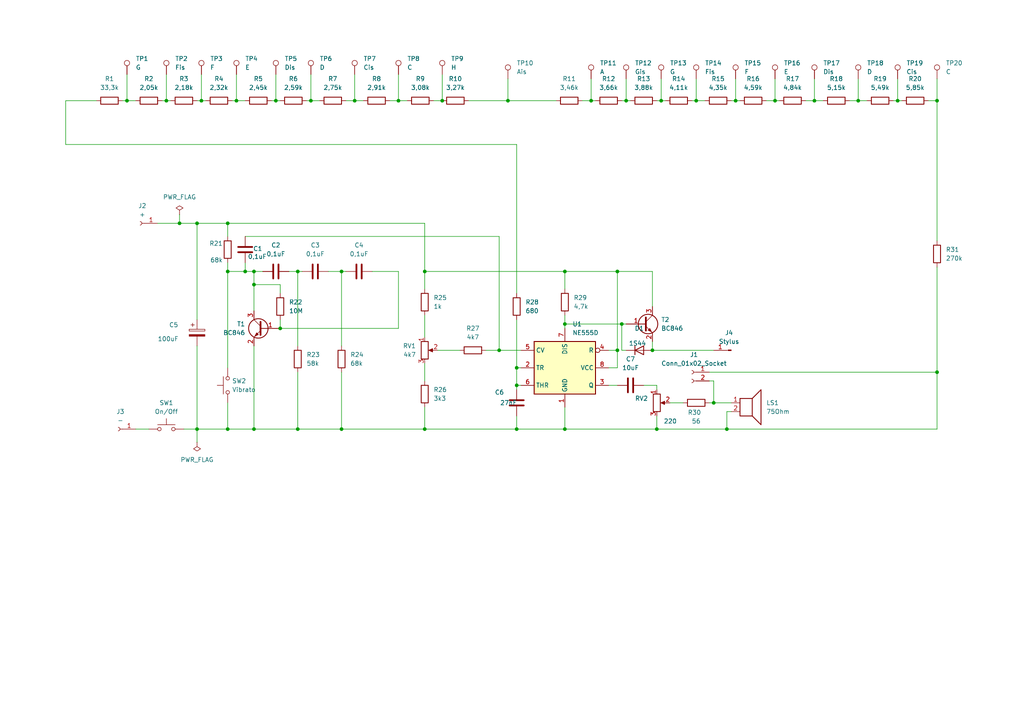
<source format=kicad_sch>
(kicad_sch (version 20231120) (generator "eeschema") (generator_version "8.0")
  (paper "A4")
  (lib_symbols
    (symbol "Connector:Conn_01x01_Pin" (pin_names (offset 1.016) hide)
      (property "Reference" "J" (at 0 2.54 0))
      (property "Value" "Conn_01x01_Pin" (at 0 -2.54 0))
      (symbol "Conn_01x01_Pin_1_1"
        (polyline (pts (xy 1.27 0) (xy 0.8636 0)) (stroke (width 0.1524)))
        (rectangle (start 0.8636 0.127) (end 0 -0.127) (stroke (width 0.1524)) (fill (type outline)))
        (pin passive line (at 5.08 0 180) (length 3.81) (name "Pin_1") (number "1"))
      )
    )
    (symbol "Connector:Conn_01x01_Socket" (pin_names (offset 1.016) hide)
      (property "Reference" "J" (at 0 2.54 0))
      (property "Value" "Conn_01x01_Socket" (at 0 -2.54 0))
      (symbol "Conn_01x01_Socket_1_1"
        (polyline (pts (xy -1.27 0) (xy -0.508 0)) (stroke (width 0.1524)))
        (arc (start 0 0.508) (mid -0.5058 0) (end 0 -0.508) (stroke (width 0.1524)))
        (pin passive line (at -5.08 0 0) (length 3.81) (name "Pin_1") (number "1"))
      )
    )
    (symbol "Connector:Conn_01x02_Socket" (pin_names (offset 1.016) hide)
      (property "Reference" "J" (at 0 2.54 0))
      (property "Value" "Conn_01x02_Socket" (at 0 -5.08 0))
      (symbol "Conn_01x02_Socket_1_1"
        (arc (start 0 -2.032) (mid -0.5058 -2.54) (end 0 -3.048) (stroke (width 0.1524)))
        (polyline (pts (xy -1.27 -2.54) (xy -0.508 -2.54)) (stroke (width 0.1524)))
        (polyline (pts (xy -1.27 0) (xy -0.508 0)) (stroke (width 0.1524)))
        (arc (start 0 0.508) (mid -0.5058 0) (end 0 -0.508) (stroke (width 0.1524)))
        (pin passive line (at -5.08 0 0) (length 3.81) (name "Pin_1") (number "1"))
        (pin passive line (at -5.08 -2.54 0) (length 3.81) (name "Pin_2") (number "2"))
      )
    )
    (symbol "Connector:TestPoint" (pin_numbers hide) (pin_names (offset 0.762) hide)
      (property "Reference" "TP" (at 0 6.858 0))
      (property "Value" "TestPoint" (at 0 5.08 0))
      (symbol "TestPoint_0_1"
        (circle (center 0 3.302) (radius 0.762))
      )
      (symbol "TestPoint_1_1"
        (pin passive line (at 0 0 90) (length 2.54) (name "1") (number "1"))
      )
    )
    (symbol "Device:C" (pin_numbers hide) (pin_names (offset 0.254))
      (property "Reference" "C" (at 0.635 2.54 0))
      (property "Value" "C" (at 0.635 -2.54 0))
      (symbol "C_0_1"
        (polyline (pts (xy -2.032 -0.762) (xy 2.032 -0.762)) (stroke (width 0.508)))
        (polyline (pts (xy -2.032 0.762) (xy 2.032 0.762)) (stroke (width 0.508)))
      )
      (symbol "C_1_1"
        (pin passive line (at 0 3.81 270) (length 2.794) (name "~") (number "1"))
        (pin passive line (at 0 -3.81 90) (length 2.794) (name "~") (number "2"))
      )
    )
    (symbol "Device:C_Polarized" (pin_numbers hide) (pin_names (offset 0.254))
      (property "Reference" "C" (at 0.635 2.54 0))
      (property "Value" "C_Polarized" (at 0.635 -2.54 0))
      (symbol "C_Polarized_0_1"
        (rectangle (start -2.286 0.508) (end 2.286 1.016))
        (polyline (pts (xy -1.778 2.286) (xy -0.762 2.286)))
        (polyline (pts (xy -1.27 2.794) (xy -1.27 1.778)))
        (rectangle (start 2.286 -0.508) (end -2.286 -1.016) (fill (type outline)))
      )
      (symbol "C_Polarized_1_1"
        (pin passive line (at 0 3.81 270) (length 2.794) (name "~") (number "1"))
        (pin passive line (at 0 -3.81 90) (length 2.794) (name "~") (number "2"))
      )
    )
    (symbol "Device:D" (pin_numbers hide) (pin_names (offset 1.016) hide)
      (property "Reference" "D" (at 0 2.54 0))
      (property "Value" "D" (at 0 -2.54 0))
      (symbol "D_0_1"
        (polyline (pts (xy -1.27 1.27) (xy -1.27 -1.27)) (stroke (width 0.254)))
        (polyline (pts (xy 1.27 0) (xy -1.27 0)))
        (polyline (pts (xy 1.27 1.27) (xy 1.27 -1.27) (xy -1.27 0) (xy 1.27 1.27)) (stroke (width 0.254)))
      )
      (symbol "D_1_1"
        (pin passive line (at -3.81 0 0) (length 2.54) (name "K") (number "1"))
        (pin passive line (at 3.81 0 180) (length 2.54) (name "A") (number "2"))
      )
    )
    (symbol "Device:R" (pin_numbers hide) (pin_names (offset 0))
      (property "Reference" "R" (at 2.032 0 90))
      (property "Value" "R" (at 0 0 90))
      (symbol "R_0_1"
        (rectangle (start -1.016 -2.54) (end 1.016 2.54) (stroke (width 0.254)))
      )
      (symbol "R_1_1"
        (pin passive line (at 0 3.81 270) (length 1.27) (name "~") (number "1"))
        (pin passive line (at 0 -3.81 90) (length 1.27) (name "~") (number "2"))
      )
    )
    (symbol "Device:R_Potentiometer" (pin_names (offset 1.016) hide)
      (property "Reference" "RV" (at -4.445 0 90))
      (property "Value" "R_Potentiometer" (at -2.54 0 90))
      (symbol "R_Potentiometer_0_1"
        (polyline (pts (xy 2.54 0) (xy 1.524 0)))
        (polyline (pts (xy 1.143 0) (xy 2.286 0.508) (xy 2.286 -0.508) (xy 1.143 0)) (fill (type outline)))
        (rectangle (start 1.016 2.54) (end -1.016 -2.54) (stroke (width 0.254)))
      )
      (symbol "R_Potentiometer_1_1"
        (pin passive line (at 0 3.81 270) (length 1.27) (name "1") (number "1"))
        (pin passive line (at 3.81 0 180) (length 1.27) (name "2") (number "2"))
        (pin passive line (at 0 -3.81 90) (length 1.27) (name "3") (number "3"))
      )
    )
    (symbol "Device:Speaker" (pin_names (offset 0) hide)
      (property "Reference" "LS" (at 1.27 5.715 0))
      (property "Value" "Speaker" (at 1.27 3.81 0))
      (symbol "Speaker_0_0"
        (rectangle (start -2.54 1.27) (end 1.016 -3.81) (stroke (width 0.254)))
        (polyline (pts (xy 1.016 1.27) (xy 3.556 3.81) (xy 3.556 -6.35) (xy 1.016 -3.81)) (stroke (width 0.254)))
      )
      (symbol "Speaker_1_1"
        (pin input line (at -5.08 0 0) (length 2.54) (name "1") (number "1"))
        (pin input line (at -5.08 -2.54 0) (length 2.54) (name "2") (number "2"))
      )
    )
    (symbol "Switch:SW_Push" (pin_numbers hide) (pin_names (offset 1.016) hide)
      (property "Reference" "SW" (at 1.27 2.54 0))
      (property "Value" "SW_Push" (at 0 -1.524 0))
      (symbol "SW_Push_0_1"
        (circle (center -2.032 0) (radius 0.508))
        (polyline (pts (xy 0 1.27) (xy 0 3.048)))
        (polyline (pts (xy 2.54 1.27) (xy -2.54 1.27)))
        (circle (center 2.032 0) (radius 0.508))
        (pin passive line (at -5.08 0 0) (length 2.54) (name "1") (number "1"))
        (pin passive line (at 5.08 0 180) (length 2.54) (name "2") (number "2"))
      )
    )
    (symbol "Timer:NE555D"
      (property "Reference" "U1" (at 2.1941 12.7 0))
      (property "Value" "NE555D" (at 2.1941 10.16 0))
      (symbol "NE555D_0_0"
        (pin power_in line (at 0 -11.43 90) (length 3.81) (name "GND") (number "1"))
        (pin power_in line (at 12.7 0 180) (length 3.81) (name "VCC") (number "8"))
      )
      (symbol "NE555D_0_1"
        (rectangle (start -8.89 -7.62) (end 8.89 7.62) (stroke (width 0.254)) (fill (type background)))
        (rectangle (start -8.89 -7.62) (end 8.89 7.62) (stroke (width 0.254)) (fill (type background)))
      )
      (symbol "NE555D_1_1"
        (pin input line (at -12.7 0 0) (length 3.81) (name "TR") (number "2"))
        (pin output line (at 12.7 -5.08 180) (length 3.81) (name "Q") (number "3"))
        (pin input inverted (at 12.7 5.08 180) (length 3.81) (name "R") (number "4"))
        (pin input line (at -12.7 5.08 0) (length 3.81) (name "CV") (number "5"))
        (pin input line (at -12.7 -5.08 0) (length 3.81) (name "THR") (number "6"))
        (pin input line (at 0 11.43 270) (length 3.81) (name "DIS") (number "7"))
      )
    )
    (symbol "Transistor_BJT:BC846" (pin_names (offset 0) hide)
      (property "Reference" "Q" (at 5.08 1.905 0))
      (property "Value" "BC846" (at 5.08 0 0))
      (symbol "BC846_0_1"
        (polyline (pts (xy 0.635 0.635) (xy 2.54 2.54)))
        (polyline (pts (xy 0.635 -0.635) (xy 2.54 -2.54) (xy 2.54 -2.54)))
        (polyline (pts (xy 0.635 1.905) (xy 0.635 -1.905) (xy 0.635 -1.905)) (stroke (width 0.508)))
        (polyline (pts (xy 1.27 -1.778) (xy 1.778 -1.27) (xy 2.286 -2.286) (xy 1.27 -1.778) (xy 1.27 -1.778)) (fill (type outline)))
        (circle (center 1.27 0) (radius 2.8194) (stroke (width 0.254)))
      )
      (symbol "BC846_1_1"
        (pin input line (at -5.08 0 0) (length 5.715) (name "B") (number "1"))
        (pin passive line (at 2.54 -5.08 90) (length 2.54) (name "E") (number "2"))
        (pin passive line (at 2.54 5.08 270) (length 2.54) (name "C") (number "3"))
      )
    )
    (symbol "power:PWR_FLAG" (power) (pin_numbers hide) (pin_names (offset 0) hide)
      (property "Value" "PWR_FLAG" (at 0 3.81 0))
      (symbol "PWR_FLAG_0_0"
        (pin power_out line (at 0 0 90) (length 0) (name "~") (number "1"))
      )
      (symbol "PWR_FLAG_0_1"
        (polyline (pts (xy 0 0) (xy 0 1.27) (xy -1.016 1.905) (xy 0 2.54) (xy 1.016 1.905) (xy 0 1.27)))
      )
    )
  )
  (junction (at 123.19 124.46))
  (junction (at 102.87 29.21))
  (junction (at 191.77 29.21))
  (junction (at 123.19 78.74))
  (junction (at 128.27 29.21))
  (junction (at 179.07 101.6))
  (junction (at 66.04 124.46))
  (junction (at 99.06 124.46))
  (junction (at 271.78 107.95))
  (junction (at 149.86 106.68))
  (junction (at 80.01 29.21))
  (junction (at 260.35 29.21))
  (junction (at 163.83 93.98))
  (junction (at 66.04 78.74))
  (junction (at 180.34 93.98))
  (junction (at 57.15 64.77))
  (junction (at 68.58 29.21))
  (junction (at 115.57 29.21))
  (junction (at 73.66 82.55))
  (junction (at 144.78 101.6))
  (junction (at 163.83 78.74))
  (junction (at 207.01 116.84))
  (junction (at 36.83 29.21))
  (junction (at 147.32 29.21))
  (junction (at 224.79 29.21))
  (junction (at 213.36 29.21))
  (junction (at 48.26 29.21))
  (junction (at 189.23 101.6))
  (junction (at 99.06 78.74))
  (junction (at 52.07 64.77))
  (junction (at 201.93 29.21))
  (junction (at 149.86 124.46))
  (junction (at 248.92 29.21))
  (junction (at 90.17 29.21))
  (junction (at 81.28 95.25))
  (junction (at 149.86 111.76))
  (junction (at 73.66 78.74))
  (junction (at 58.42 29.21))
  (junction (at 73.66 124.46))
  (junction (at 271.78 29.21))
  (junction (at 163.83 124.46))
  (junction (at 86.36 78.74))
  (junction (at 71.12 78.74))
  (junction (at 181.61 29.21))
  (junction (at 66.04 64.77))
  (junction (at 190.5 124.46))
  (junction (at 179.07 78.74))
  (junction (at 86.36 124.46))
  (junction (at 236.22 29.21))
  (junction (at 210.82 124.46))
  (junction (at 57.15 124.46))
  (junction (at 171.45 29.21))
  (wire (pts (xy 147.32 22.86) (xy 147.32 29.21)))
  (wire (pts (xy 149.86 124.46) (xy 163.83 124.46)))
  (wire (pts (xy 99.06 107.95) (xy 99.06 124.46)))
  (wire (pts (xy 163.83 93.98) (xy 163.83 91.44)))
  (wire (pts (xy 99.06 78.74) (xy 99.06 100.33)))
  (wire (pts (xy 73.66 82.55) (xy 81.28 82.55)))
  (wire (pts (xy 271.78 77.47) (xy 271.78 107.95)))
  (wire (pts (xy 246.38 29.21) (xy 248.92 29.21)))
  (wire (pts (xy 115.57 95.25) (xy 115.57 78.74)))
  (wire (pts (xy 222.25 29.21) (xy 224.79 29.21)))
  (wire (pts (xy 213.36 29.21) (xy 214.63 29.21)))
  (wire (pts (xy 52.07 62.23) (xy 52.07 64.77)))
  (wire (pts (xy 123.19 105.41) (xy 123.19 110.49)))
  (wire (pts (xy 36.83 29.21) (xy 39.37 29.21)))
  (wire (pts (xy 207.01 110.49) (xy 205.74 110.49)))
  (wire (pts (xy 115.57 29.21) (xy 118.11 29.21)))
  (wire (pts (xy 46.99 29.21) (xy 48.26 29.21)))
  (wire (pts (xy 271.78 22.86) (xy 271.78 29.21)))
  (wire (pts (xy 123.19 64.77) (xy 123.19 78.74)))
  (wire (pts (xy 128.27 21.59) (xy 128.27 29.21)))
  (wire (pts (xy 123.19 78.74) (xy 163.83 78.74)))
  (wire (pts (xy 180.34 29.21) (xy 181.61 29.21)))
  (wire (pts (xy 81.28 82.55) (xy 81.28 85.09)))
  (wire (pts (xy 179.07 78.74) (xy 179.07 101.6)))
  (wire (pts (xy 149.86 41.91) (xy 19.05 41.91)))
  (wire (pts (xy 58.42 29.21) (xy 59.69 29.21)))
  (wire (pts (xy 71.12 76.2) (xy 71.12 78.74)))
  (wire (pts (xy 210.82 124.46) (xy 271.78 124.46)))
  (wire (pts (xy 19.05 41.91) (xy 19.05 29.21)))
  (wire (pts (xy 115.57 78.74) (xy 107.95 78.74)))
  (wire (pts (xy 88.9 29.21) (xy 90.17 29.21)))
  (wire (pts (xy 207.01 116.84) (xy 212.09 116.84)))
  (wire (pts (xy 95.25 78.74) (xy 99.06 78.74)))
  (wire (pts (xy 83.82 78.74) (xy 86.36 78.74)))
  (wire (pts (xy 66.04 78.74) (xy 71.12 78.74)))
  (wire (pts (xy 102.87 29.21) (xy 105.41 29.21)))
  (wire (pts (xy 224.79 22.86) (xy 224.79 29.21)))
  (wire (pts (xy 80.01 21.59) (xy 80.01 29.21)))
  (wire (pts (xy 76.2 78.74) (xy 73.66 78.74)))
  (wire (pts (xy 236.22 22.86) (xy 236.22 29.21)))
  (wire (pts (xy 73.66 78.74) (xy 73.66 82.55)))
  (wire (pts (xy 19.05 29.21) (xy 27.94 29.21)))
  (wire (pts (xy 73.66 82.55) (xy 73.66 90.17)))
  (wire (pts (xy 90.17 29.21) (xy 92.71 29.21)))
  (wire (pts (xy 179.07 78.74) (xy 189.23 78.74)))
  (wire (pts (xy 224.79 29.21) (xy 226.06 29.21)))
  (wire (pts (xy 181.61 93.98) (xy 180.34 93.98)))
  (wire (pts (xy 210.82 119.38) (xy 210.82 124.46)))
  (wire (pts (xy 73.66 124.46) (xy 86.36 124.46)))
  (wire (pts (xy 86.36 78.74) (xy 86.36 100.33)))
  (wire (pts (xy 271.78 69.85) (xy 271.78 29.21)))
  (wire (pts (xy 149.86 120.65) (xy 149.86 124.46)))
  (wire (pts (xy 248.92 29.21) (xy 251.46 29.21)))
  (wire (pts (xy 190.5 29.21) (xy 191.77 29.21)))
  (wire (pts (xy 176.53 106.68) (xy 179.07 106.68)))
  (wire (pts (xy 189.23 101.6) (xy 207.01 101.6)))
  (wire (pts (xy 123.19 124.46) (xy 99.06 124.46)))
  (wire (pts (xy 176.53 101.6) (xy 179.07 101.6)))
  (wire (pts (xy 248.92 22.86) (xy 248.92 29.21)))
  (wire (pts (xy 48.26 29.21) (xy 49.53 29.21)))
  (wire (pts (xy 113.03 29.21) (xy 115.57 29.21)))
  (wire (pts (xy 58.42 21.59) (xy 58.42 29.21)))
  (wire (pts (xy 236.22 29.21) (xy 238.76 29.21)))
  (wire (pts (xy 73.66 100.33) (xy 73.66 124.46)))
  (wire (pts (xy 66.04 78.74) (xy 66.04 106.68)))
  (wire (pts (xy 66.04 76.2) (xy 66.04 78.74)))
  (wire (pts (xy 144.78 101.6) (xy 144.78 68.58)))
  (wire (pts (xy 186.69 111.76) (xy 190.5 111.76)))
  (wire (pts (xy 149.86 111.76) (xy 149.86 113.03)))
  (wire (pts (xy 80.01 29.21) (xy 81.28 29.21)))
  (wire (pts (xy 86.36 78.74) (xy 87.63 78.74)))
  (wire (pts (xy 149.86 111.76) (xy 151.13 111.76)))
  (wire (pts (xy 149.86 106.68) (xy 149.86 111.76)))
  (wire (pts (xy 163.83 124.46) (xy 190.5 124.46)))
  (wire (pts (xy 189.23 99.06) (xy 189.23 101.6)))
  (wire (pts (xy 78.74 29.21) (xy 80.01 29.21)))
  (wire (pts (xy 71.12 78.74) (xy 73.66 78.74)))
  (wire (pts (xy 149.86 92.71) (xy 149.86 106.68)))
  (wire (pts (xy 99.06 78.74) (xy 100.33 78.74)))
  (wire (pts (xy 212.09 29.21) (xy 213.36 29.21)))
  (wire (pts (xy 66.04 124.46) (xy 73.66 124.46)))
  (wire (pts (xy 207.01 116.84) (xy 207.01 110.49)))
  (wire (pts (xy 45.72 64.77) (xy 52.07 64.77)))
  (wire (pts (xy 52.07 64.77) (xy 57.15 64.77)))
  (wire (pts (xy 68.58 21.59) (xy 68.58 29.21)))
  (wire (pts (xy 123.19 83.82) (xy 123.19 78.74)))
  (wire (pts (xy 90.17 21.59) (xy 90.17 29.21)))
  (wire (pts (xy 102.87 21.59) (xy 102.87 29.21)))
  (wire (pts (xy 140.97 101.6) (xy 144.78 101.6)))
  (wire (pts (xy 271.78 107.95) (xy 271.78 124.46)))
  (wire (pts (xy 57.15 64.77) (xy 66.04 64.77)))
  (wire (pts (xy 57.15 29.21) (xy 58.42 29.21)))
  (wire (pts (xy 36.83 21.59) (xy 36.83 29.21)))
  (wire (pts (xy 163.83 93.98) (xy 163.83 95.25)))
  (wire (pts (xy 57.15 124.46) (xy 66.04 124.46)))
  (wire (pts (xy 233.68 29.21) (xy 236.22 29.21)))
  (wire (pts (xy 190.5 111.76) (xy 190.5 113.03)))
  (wire (pts (xy 99.06 124.46) (xy 86.36 124.46)))
  (wire (pts (xy 212.09 119.38) (xy 210.82 119.38)))
  (wire (pts (xy 191.77 22.86) (xy 191.77 29.21)))
  (wire (pts (xy 181.61 101.6) (xy 180.34 101.6)))
  (wire (pts (xy 201.93 29.21) (xy 204.47 29.21)))
  (wire (pts (xy 190.5 120.65) (xy 190.5 124.46)))
  (wire (pts (xy 163.83 78.74) (xy 179.07 78.74)))
  (wire (pts (xy 144.78 68.58) (xy 71.12 68.58)))
  (wire (pts (xy 271.78 29.21) (xy 269.24 29.21)))
  (wire (pts (xy 201.93 22.86) (xy 201.93 29.21)))
  (wire (pts (xy 57.15 100.33) (xy 57.15 124.46)))
  (wire (pts (xy 57.15 124.46) (xy 57.15 128.27)))
  (wire (pts (xy 100.33 29.21) (xy 102.87 29.21)))
  (wire (pts (xy 53.34 124.46) (xy 57.15 124.46)))
  (wire (pts (xy 135.89 29.21) (xy 147.32 29.21)))
  (wire (pts (xy 260.35 29.21) (xy 261.62 29.21)))
  (wire (pts (xy 39.37 124.46) (xy 43.18 124.46)))
  (wire (pts (xy 81.28 95.25) (xy 115.57 95.25)))
  (wire (pts (xy 147.32 29.21) (xy 161.29 29.21)))
  (wire (pts (xy 171.45 29.21) (xy 172.72 29.21)))
  (wire (pts (xy 35.56 29.21) (xy 36.83 29.21)))
  (wire (pts (xy 189.23 88.9) (xy 189.23 78.74)))
  (wire (pts (xy 149.86 106.68) (xy 151.13 106.68)))
  (wire (pts (xy 125.73 29.21) (xy 128.27 29.21)))
  (wire (pts (xy 57.15 64.77) (xy 57.15 92.71)))
  (wire (pts (xy 180.34 93.98) (xy 163.83 93.98)))
  (wire (pts (xy 66.04 64.77) (xy 123.19 64.77)))
  (wire (pts (xy 149.86 124.46) (xy 123.19 124.46)))
  (wire (pts (xy 176.53 111.76) (xy 179.07 111.76)))
  (wire (pts (xy 66.04 116.84) (xy 66.04 124.46)))
  (wire (pts (xy 67.31 29.21) (xy 68.58 29.21)))
  (wire (pts (xy 259.08 29.21) (xy 260.35 29.21)))
  (wire (pts (xy 127 101.6) (xy 133.35 101.6)))
  (wire (pts (xy 179.07 101.6) (xy 179.07 106.68)))
  (wire (pts (xy 68.58 29.21) (xy 71.12 29.21)))
  (wire (pts (xy 260.35 22.86) (xy 260.35 29.21)))
  (wire (pts (xy 205.74 116.84) (xy 207.01 116.84)))
  (wire (pts (xy 115.57 21.59) (xy 115.57 29.21)))
  (wire (pts (xy 181.61 29.21) (xy 182.88 29.21)))
  (wire (pts (xy 149.86 85.09) (xy 149.86 41.91)))
  (wire (pts (xy 180.34 101.6) (xy 180.34 93.98)))
  (wire (pts (xy 168.91 29.21) (xy 171.45 29.21)))
  (wire (pts (xy 191.77 29.21) (xy 193.04 29.21)))
  (wire (pts (xy 181.61 22.86) (xy 181.61 29.21)))
  (wire (pts (xy 190.5 124.46) (xy 210.82 124.46)))
  (wire (pts (xy 48.26 21.59) (xy 48.26 29.21)))
  (wire (pts (xy 144.78 101.6) (xy 151.13 101.6)))
  (wire (pts (xy 123.19 91.44) (xy 123.19 97.79)))
  (wire (pts (xy 81.28 92.71) (xy 81.28 95.25)))
  (wire (pts (xy 66.04 64.77) (xy 66.04 68.58)))
  (wire (pts (xy 213.36 22.86) (xy 213.36 29.21)))
  (wire (pts (xy 194.31 116.84) (xy 198.12 116.84)))
  (wire (pts (xy 205.74 107.95) (xy 271.78 107.95)))
  (wire (pts (xy 86.36 124.46) (xy 86.36 107.95)))
  (wire (pts (xy 123.19 118.11) (xy 123.19 124.46)))
  (wire (pts (xy 163.83 78.74) (xy 163.83 83.82)))
  (wire (pts (xy 163.83 118.11) (xy 163.83 124.46)))
  (wire (pts (xy 200.66 29.21) (xy 201.93 29.21)))
  (wire (pts (xy 171.45 22.86) (xy 171.45 29.21)))
  (symbol (lib_id "Device:R") (at 66.04 72.39 0) (unit 1)
    (property "Reference" "R21" (at 60.706 70.612 0) (effects (justify left)))
    (property "Value" "68k" (at 60.96 75.438 0) (effects (justify left)))
    (property "Footprint" "Resistor_SMD:R_1206_3216Metric_Pad1.30x1.75mm_HandSolder" (effects (hide yes)))
    (property "Description" "Resistor" (effects (hide yes)))
  )
  (symbol (lib_id "power:PWR_FLAG") (at 52.07 62.23 0) (unit 1)
    (property "Reference" "#FLG01" (effects (hide yes)))
    (property "Value" "PWR_FLAG" (at 52.07 57.15 0))
    (property "Description" "Special symbol for telling ERC where power comes from" (effects (hide yes)))
  )
  (symbol (lib_id "Device:R") (at 196.85 29.21 90) (unit 1)
    (property "Reference" "R14" (at 196.85 22.86 90))
    (property "Value" "4,11k" (at 196.85 25.4 90))
    (property "Footprint" "Resistor_SMD:R_1206_3216Metric_Pad1.30x1.75mm_HandSolder" (effects (hide yes)))
    (property "Description" "Resistor" (effects (hide yes)))
  )
  (symbol (lib_id "Connector:TestPoint") (at 171.45 22.86 0) (unit 1)
    (property "Reference" "TP11" (at 173.99 18.2879 0) (effects (justify left)))
    (property "Value" "A" (at 173.99 20.8279 0) (effects (justify left)))
    (property "Footprint" "TestPoint:TestPoint_Pad_4.0x4.0mm" (effects (hide yes)))
    (property "Description" "test point" (effects (hide yes)))
  )
  (symbol (lib_id "Device:R") (at 63.5 29.21 90) (unit 1)
    (property "Reference" "R4" (at 63.5 22.86 90))
    (property "Value" "2,32k" (at 63.5 25.4 90))
    (property "Footprint" "Resistor_SMD:R_1206_3216Metric_Pad1.30x1.75mm_HandSolder" (effects (hide yes)))
    (property "Description" "Resistor" (effects (hide yes)))
  )
  (symbol (lib_id "Device:R") (at 86.36 104.14 0) (unit 1)
    (property "Reference" "R23" (at 88.9 102.8699 0) (effects (justify left)))
    (property "Value" "58k" (at 88.9 105.4099 0) (effects (justify left)))
    (property "Footprint" "Resistor_SMD:R_1206_3216Metric_Pad1.30x1.75mm_HandSolder" (effects (hide yes)))
    (property "Description" "Resistor" (effects (hide yes)))
  )
  (symbol (lib_id "Connector:TestPoint") (at 224.79 22.86 0) (unit 1)
    (property "Reference" "TP16" (at 227.33 18.2879 0) (effects (justify left)))
    (property "Value" "E" (at 227.33 20.8279 0) (effects (justify left)))
    (property "Footprint" "TestPoint:TestPoint_Pad_4.0x4.0mm" (effects (hide yes)))
    (property "Description" "test point" (effects (hide yes)))
  )
  (symbol (lib_id "Connector:TestPoint") (at 181.61 22.86 0) (unit 1)
    (property "Reference" "TP12" (at 184.15 18.2879 0) (effects (justify left)))
    (property "Value" "Gis" (at 184.15 20.8279 0) (effects (justify left)))
    (property "Footprint" "TestPoint:TestPoint_Pad_4.0x4.0mm" (effects (hide yes)))
    (property "Description" "test point" (effects (hide yes)))
  )
  (symbol (lib_id "Device:R") (at 123.19 114.3 0) (unit 1)
    (property "Reference" "R26" (at 125.73 113.0299 0) (effects (justify left)))
    (property "Value" "3k3" (at 125.73 115.5699 0) (effects (justify left)))
    (property "Footprint" "Resistor_SMD:R_1206_3216Metric_Pad1.30x1.75mm_HandSolder" (effects (hide yes)))
    (property "Description" "Resistor" (effects (hide yes)))
  )
  (symbol (lib_id "Switch:SW_Push") (at 66.04 111.76 90) (unit 1)
    (property "Reference" "SW2" (at 67.31 110.4899 90) (effects (justify right)))
    (property "Value" "Vibrato" (at 67.31 113.0299 90) (effects (justify right)))
    (property "Footprint" "Button_Switch_SMD:Nidec_Copal_SH-7040B" (effects (hide yes)))
    (property "Description" "Push button switch, generic, two pins" (effects (hide yes)))
  )
  (symbol (lib_id "Device:R") (at 242.57 29.21 90) (unit 1)
    (property "Reference" "R18" (at 242.57 22.86 90))
    (property "Value" "5,15k" (at 242.57 25.4 90))
    (property "Footprint" "Resistor_SMD:R_1206_3216Metric_Pad1.30x1.75mm_HandSolder" (effects (hide yes)))
    (property "Description" "Resistor" (effects (hide yes)))
  )
  (symbol (lib_id "Device:R") (at 271.78 73.66 0) (unit 1)
    (property "Reference" "R31" (at 274.32 72.3899 0) (effects (justify left)))
    (property "Value" "270k" (at 274.32 74.9299 0) (effects (justify left)))
    (property "Footprint" "Resistor_SMD:R_1206_3216Metric_Pad1.30x1.75mm_HandSolder" (effects (hide yes)))
    (property "Description" "Resistor" (effects (hide yes)))
  )
  (symbol (lib_id "Connector:TestPoint") (at 58.42 21.59 0) (unit 1)
    (property "Reference" "TP3" (at 60.96 17.0179 0) (effects (justify left)))
    (property "Value" "F" (at 60.96 19.5579 0) (effects (justify left)))
    (property "Footprint" "TestPoint:TestPoint_Pad_4.0x4.0mm" (effects (hide yes)))
    (property "Description" "test point" (effects (hide yes)))
  )
  (symbol (lib_id "Device:C") (at 71.12 72.39 180) (unit 1)
    (property "Reference" "C1" (at 73.406 72.136 0) (effects (justify right)))
    (property "Value" "0,1uF" (at 71.882 74.422 0) (effects (justify right)))
    (property "Footprint" "Capacitor_SMD:C_0805_2012Metric_Pad1.18x1.45mm_HandSolder" (effects (hide yes)))
    (property "Description" "Unpolarized capacitor" (effects (hide yes)))
  )
  (symbol (lib_id "Connector:Conn_01x01_Socket") (at 34.29 124.46 180) (unit 1)
    (property "Reference" "J3" (at 34.925 119.38 0))
    (property "Value" "-" (at 34.925 121.92 0))
    (property "Footprint" "Connector_PinHeader_2.00mm:PinHeader_1x01_P2.00mm_Vertical" (effects (hide yes)))
    (property "Description" "Generic connector, single row, 01x01, script generated" (effects (hide yes)))
  )
  (symbol (lib_id "Connector:TestPoint") (at 80.01 21.59 0) (unit 1)
    (property "Reference" "TP5" (at 82.55 17.0179 0) (effects (justify left)))
    (property "Value" "Dis" (at 82.55 19.5579 0) (effects (justify left)))
    (property "Footprint" "TestPoint:TestPoint_Pad_4.0x4.0mm" (effects (hide yes)))
    (property "Description" "test point" (effects (hide yes)))
  )
  (symbol (lib_id "Device:R") (at 109.22 29.21 90) (unit 1)
    (property "Reference" "R8" (at 109.22 22.86 90))
    (property "Value" "2,91k" (at 109.22 25.4 90))
    (property "Footprint" "Resistor_SMD:R_1206_3216Metric_Pad1.30x1.75mm_HandSolder" (effects (hide yes)))
    (property "Description" "Resistor" (effects (hide yes)))
  )
  (symbol (lib_id "Device:R_Potentiometer") (at 123.19 101.6 0) (unit 1)
    (property "Reference" "RV1" (at 120.65 100.3299 0) (effects (justify right)))
    (property "Value" "4k7" (at 120.65 102.8699 0) (effects (justify right)))
    (property "Footprint" "Connector_PinSocket_2.00mm:PinSocket_1x03_P2.00mm_Vertical" (effects (hide yes)))
    (property "Description" "Potentiometer" (effects (hide yes)))
  )
  (symbol (lib_id "Device:R_Potentiometer") (at 190.5 116.84 0) (unit 1)
    (property "Reference" "RV2" (at 187.96 115.5699 0) (effects (justify right)))
    (property "Value" "220" (at 196.342 122.174 0) (effects (justify right)))
    (property "Footprint" "Connector_PinSocket_2.00mm:PinSocket_1x03_P2.00mm_Vertical" (effects (hide yes)))
    (property "Description" "Potentiometer" (effects (hide yes)))
  )
  (symbol (lib_id "Device:Speaker") (at 217.17 116.84 0) (unit 1)
    (property "Reference" "LS1" (at 222.25 116.8399 0) (effects (justify left)))
    (property "Value" "75Ohm" (at 222.25 119.3799 0) (effects (justify left)))
    (property "Footprint" "Connector_PinSocket_2.00mm:PinSocket_1x02_P2.00mm_Vertical" (effects (hide yes)))
    (property "Description" "Speaker" (effects (hide yes)))
  )
  (symbol (lib_id "Device:R") (at 99.06 104.14 0) (unit 1)
    (property "Reference" "R24" (at 101.6 102.8699 0) (effects (justify left)))
    (property "Value" "68k" (at 101.6 105.4099 0) (effects (justify left)))
    (property "Footprint" "Resistor_SMD:R_1206_3216Metric_Pad1.30x1.75mm_HandSolder" (effects (hide yes)))
    (property "Description" "Resistor" (effects (hide yes)))
  )
  (symbol (lib_id "Connector:TestPoint") (at 115.57 21.59 0) (unit 1)
    (property "Reference" "TP8" (at 118.11 17.0179 0) (effects (justify left)))
    (property "Value" "C" (at 118.11 19.5579 0) (effects (justify left)))
    (property "Footprint" "TestPoint:TestPoint_Pad_4.0x4.0mm" (effects (hide yes)))
    (property "Description" "test point" (effects (hide yes)))
  )
  (symbol (lib_id "Connector:TestPoint") (at 128.27 21.59 0) (unit 1)
    (property "Reference" "TP9" (at 130.81 17.0179 0) (effects (justify left)))
    (property "Value" "H" (at 130.81 19.5579 0) (effects (justify left)))
    (property "Footprint" "TestPoint:TestPoint_Pad_4.0x4.0mm" (effects (hide yes)))
    (property "Description" "test point" (effects (hide yes)))
  )
  (symbol (lib_id "Device:R") (at 149.86 88.9 0) (unit 1)
    (property "Reference" "R28" (at 152.4 87.6299 0) (effects (justify left)))
    (property "Value" "680" (at 152.4 90.1699 0) (effects (justify left)))
    (property "Footprint" "Resistor_SMD:R_1206_3216Metric_Pad1.30x1.75mm_HandSolder" (effects (hide yes)))
    (property "Description" "Resistor" (effects (hide yes)))
  )
  (symbol (lib_id "Device:D") (at 185.42 101.6 0) (unit 1)
    (property "Reference" "D1" (at 185.42 95.25 0))
    (property "Value" "1S44" (at 184.912 99.568 0))
    (property "Footprint" "Diode_SMD:D_MiniMELF" (effects (hide yes)))
    (property "Description" "Diode" (effects (hide yes)))
    (property "Sim.Device" "D" (effects (hide yes)))
    (property "Sim.Pins" "1=K 2=A" (effects (hide yes)))
  )
  (symbol (lib_id "Device:R") (at 31.75 29.21 90) (unit 1)
    (property "Reference" "R1" (at 31.75 22.86 90))
    (property "Value" "33,3k" (at 31.75 25.4 90))
    (property "Footprint" "Resistor_SMD:R_1206_3216Metric_Pad1.30x1.75mm_HandSolder" (effects (hide yes)))
    (property "Description" "Resistor" (effects (hide yes)))
  )
  (symbol (lib_id "Connector:TestPoint") (at 48.26 21.59 0) (unit 1)
    (property "Reference" "TP2" (at 50.8 17.0179 0) (effects (justify left)))
    (property "Value" "Fis" (at 50.8 19.5579 0) (effects (justify left)))
    (property "Footprint" "TestPoint:TestPoint_Pad_4.0x4.0mm" (effects (hide yes)))
    (property "Description" "test point" (effects (hide yes)))
  )
  (symbol (lib_id "Transistor_BJT:BC846") (at 76.2 95.25 0) (mirror y) (unit 1)
    (property "Reference" "T1" (at 71.12 93.9799 0) (effects (justify left)))
    (property "Value" "BC846" (at 71.12 96.5199 0) (effects (justify left)))
    (property "Footprint" "Package_TO_SOT_SMD:SOT-23" (effects (hide yes)))
    (property "Datasheet" "https://assets.nexperia.com/documents/data-sheet/BC846_SER.pdf" (effects (hide yes)))
    (property "Description" "0.1A Ic, 65V Vce, NPN Transistor, SOT-23" (effects (hide yes)))
  )
  (symbol (lib_id "Connector:Conn_01x02_Socket") (at 200.66 107.95 0) (mirror y) (unit 1)
    (property "Reference" "J1" (at 201.295 102.87 0))
    (property "Value" "Conn_01x02_Socket" (at 201.295 105.41 0))
    (property "Footprint" "Connector_PinSocket_2.00mm:PinSocket_1x02_P2.00mm_Vertical" (effects (hide yes)))
    (property "Description" "Generic connector, single row, 01x02, script generated" (effects (hide yes)))
  )
  (symbol (lib_id "Device:C") (at 80.01 78.74 270) (unit 1)
    (property "Reference" "C2" (at 80.01 71.12 90))
    (property "Value" "0,1uF" (at 80.01 73.66 90))
    (property "Footprint" "Capacitor_SMD:C_0805_2012Metric_Pad1.18x1.45mm_HandSolder" (effects (hide yes)))
    (property "Description" "Unpolarized capacitor" (effects (hide yes)))
  )
  (symbol (lib_id "Device:R") (at 43.18 29.21 90) (unit 1)
    (property "Reference" "R2" (at 43.18 22.86 90))
    (property "Value" "2,05k" (at 43.18 25.4 90))
    (property "Footprint" "Resistor_SMD:R_1206_3216Metric_Pad1.30x1.75mm_HandSolder" (effects (hide yes)))
    (property "Description" "Resistor" (effects (hide yes)))
  )
  (symbol (lib_id "Device:R") (at 218.44 29.21 90) (unit 1)
    (property "Reference" "R16" (at 218.44 22.86 90))
    (property "Value" "4,59k" (at 218.44 25.4 90))
    (property "Footprint" "Resistor_SMD:R_1206_3216Metric_Pad1.30x1.75mm_HandSolder" (effects (hide yes)))
    (property "Description" "Resistor" (effects (hide yes)))
  )
  (symbol (lib_id "Device:R") (at 132.08 29.21 90) (unit 1)
    (property "Reference" "R10" (at 132.08 22.86 90))
    (property "Value" "3,27k" (at 132.08 25.4 90))
    (property "Footprint" "Resistor_SMD:R_1206_3216Metric_Pad1.30x1.75mm_HandSolder" (effects (hide yes)))
    (property "Description" "Resistor" (effects (hide yes)))
  )
  (symbol (lib_id "Device:R") (at 201.93 116.84 90) (unit 1)
    (property "Reference" "R30" (at 201.422 119.634 90))
    (property "Value" "56" (at 201.93 122.174 90))
    (property "Footprint" "Resistor_SMD:R_1206_3216Metric_Pad1.30x1.75mm_HandSolder" (effects (hide yes)))
    (property "Description" "Resistor" (effects (hide yes)))
  )
  (symbol (lib_id "Connector:TestPoint") (at 191.77 22.86 0) (unit 1)
    (property "Reference" "TP13" (at 194.31 18.2879 0) (effects (justify left)))
    (property "Value" "G" (at 194.31 20.8279 0) (effects (justify left)))
    (property "Footprint" "TestPoint:TestPoint_Pad_4.0x4.0mm" (effects (hide yes)))
    (property "Description" "test point" (effects (hide yes)))
  )
  (symbol (lib_id "Device:C") (at 149.86 116.84 0) (unit 1)
    (property "Reference" "C6" (at 143.51 113.792 0) (effects (justify left)))
    (property "Value" "27nF" (at 145.034 116.84 0) (effects (justify left)))
    (property "Footprint" "Capacitor_SMD:C_0805_2012Metric_Pad1.18x1.45mm_HandSolder" (effects (hide yes)))
    (property "Description" "Unpolarized capacitor" (effects (hide yes)))
  )
  (symbol (lib_id "Device:C") (at 104.14 78.74 270) (unit 1)
    (property "Reference" "C4" (at 104.14 71.12 90))
    (property "Value" "0,1uF" (at 104.14 73.66 90))
    (property "Footprint" "Capacitor_SMD:C_0805_2012Metric_Pad1.18x1.45mm_HandSolder" (effects (hide yes)))
    (property "Description" "Unpolarized capacitor" (effects (hide yes)))
  )
  (symbol (lib_id "Connector:TestPoint") (at 236.22 22.86 0) (unit 1)
    (property "Reference" "TP17" (at 238.76 18.2879 0) (effects (justify left)))
    (property "Value" "Dis" (at 238.76 20.8279 0) (effects (justify left)))
    (property "Footprint" "TestPoint:TestPoint_Pad_4.0x4.0mm" (effects (hide yes)))
    (property "Description" "test point" (effects (hide yes)))
  )
  (symbol (lib_id "Device:R") (at 165.1 29.21 90) (unit 1)
    (property "Reference" "R11" (at 165.1 22.86 90))
    (property "Value" "3,46k" (at 165.1 25.4 90))
    (property "Footprint" "Resistor_SMD:R_1206_3216Metric_Pad1.30x1.75mm_HandSolder" (effects (hide yes)))
    (property "Description" "Resistor" (effects (hide yes)))
  )
  (symbol (lib_id "Connector:TestPoint") (at 68.58 21.59 0) (unit 1)
    (property "Reference" "TP4" (at 71.12 17.0179 0) (effects (justify left)))
    (property "Value" "E" (at 71.12 19.5579 0) (effects (justify left)))
    (property "Footprint" "TestPoint:TestPoint_Pad_4.0x4.0mm" (effects (hide yes)))
    (property "Description" "test point" (effects (hide yes)))
  )
  (symbol (lib_id "Device:R") (at 163.83 87.63 0) (unit 1)
    (property "Reference" "R29" (at 166.37 86.3599 0) (effects (justify left)))
    (property "Value" "4,7k" (at 166.37 88.8999 0) (effects (justify left)))
    (property "Footprint" "Resistor_SMD:R_1206_3216Metric_Pad1.30x1.75mm_HandSolder" (effects (hide yes)))
    (property "Description" "Resistor" (effects (hide yes)))
  )
  (symbol (lib_id "Connector:TestPoint") (at 201.93 22.86 0) (unit 1)
    (property "Reference" "TP14" (at 204.47 18.2879 0) (effects (justify left)))
    (property "Value" "Fis" (at 204.47 20.8279 0) (effects (justify left)))
    (property "Footprint" "TestPoint:TestPoint_Pad_4.0x4.0mm" (effects (hide yes)))
    (property "Description" "test point" (effects (hide yes)))
  )
  (symbol (lib_id "Timer:NE555D") (at 163.83 106.68 0) (unit 1)
    (property "Reference" "U1" (at 166.0241 93.98 0) (effects (justify left)))
    (property "Value" "NE555D" (at 166.0241 96.52 0) (effects (justify left)))
    (property "Footprint" "Package_SO:SOIC-8_3.9x4.9mm_P1.27mm" (effects (hide yes)))
    (property "Datasheet" "http://www.ti.com/lit/ds/symlink/ne555.pdf" (effects (hide yes)))
    (property "Description" "Precision Timers, 555 compatible, SOIC-8" (effects (hide yes)))
  )
  (symbol (lib_id "Device:C") (at 182.88 111.76 90) (unit 1)
    (property "Reference" "C7" (at 182.88 104.14 90))
    (property "Value" "10uF" (at 182.88 106.68 90))
    (property "Footprint" "Capacitor_SMD:C_0805_2012Metric_Pad1.18x1.45mm_HandSolder" (effects (hide yes)))
    (property "Description" "Unpolarized capacitor" (effects (hide yes)))
  )
  (symbol (lib_id "Connector:TestPoint") (at 90.17 21.59 0) (unit 1)
    (property "Reference" "TP6" (at 92.71 17.0179 0) (effects (justify left)))
    (property "Value" "D" (at 92.71 19.5579 0) (effects (justify left)))
    (property "Footprint" "TestPoint:TestPoint_Pad_4.0x4.0mm" (effects (hide yes)))
    (property "Description" "test point" (effects (hide yes)))
  )
  (symbol (lib_id "Connector:Conn_01x01_Pin") (at 212.09 101.6 180) (unit 1)
    (property "Reference" "J4" (at 211.455 96.52 0))
    (property "Value" "Stylus" (at 211.455 99.06 0))
    (property "Footprint" "Connector_PinHeader_2.00mm:PinHeader_1x01_P2.00mm_Vertical" (effects (hide yes)))
    (property "Description" "Generic connector, single row, 01x01, script generated" (effects (hide yes)))
  )
  (symbol (lib_id "Device:R") (at 121.92 29.21 90) (unit 1)
    (property "Reference" "R9" (at 121.92 22.86 90))
    (property "Value" "3,08k" (at 121.92 25.4 90))
    (property "Footprint" "Resistor_SMD:R_1206_3216Metric_Pad1.30x1.75mm_HandSolder" (effects (hide yes)))
    (property "Description" "Resistor" (effects (hide yes)))
  )
  (symbol (lib_id "power:PWR_FLAG") (at 57.15 128.27 180) (unit 1)
    (property "Reference" "#FLG02" (effects (hide yes)))
    (property "Value" "PWR_FLAG" (at 57.15 133.35 0))
    (property "Description" "Special symbol for telling ERC where power comes from" (effects (hide yes)))
  )
  (symbol (lib_id "Device:R") (at 137.16 101.6 90) (unit 1)
    (property "Reference" "R27" (at 137.16 95.25 90))
    (property "Value" "4k7" (at 137.16 97.79 90))
    (property "Footprint" "Resistor_SMD:R_1206_3216Metric_Pad1.30x1.75mm_HandSolder" (effects (hide yes)))
    (property "Description" "Resistor" (effects (hide yes)))
  )
  (symbol (lib_id "Device:R") (at 96.52 29.21 90) (unit 1)
    (property "Reference" "R7" (at 96.52 22.86 90))
    (property "Value" "2,75k" (at 96.52 25.4 90))
    (property "Footprint" "Resistor_SMD:R_1206_3216Metric_Pad1.30x1.75mm_HandSolder" (effects (hide yes)))
    (property "Description" "Resistor" (effects (hide yes)))
  )
  (symbol (lib_id "Device:R") (at 74.93 29.21 90) (unit 1)
    (property "Reference" "R5" (at 74.93 22.86 90))
    (property "Value" "2,45k" (at 74.93 25.4 90))
    (property "Footprint" "Resistor_SMD:R_1206_3216Metric_Pad1.30x1.75mm_HandSolder" (effects (hide yes)))
    (property "Description" "Resistor" (effects (hide yes)))
  )
  (symbol (lib_id "Connector:TestPoint") (at 147.32 22.86 0) (unit 1)
    (property "Reference" "TP10" (at 149.86 18.2879 0) (effects (justify left)))
    (property "Value" "Ais" (at 149.86 20.8279 0) (effects (justify left)))
    (property "Footprint" "TestPoint:TestPoint_Pad_4.0x4.0mm" (effects (hide yes)))
    (property "Description" "test point" (effects (hide yes)))
  )
  (symbol (lib_id "Switch:SW_Push") (at 48.26 124.46 0) (unit 1)
    (property "Reference" "SW1" (at 48.26 116.84 0))
    (property "Value" "On/Off" (at 48.26 119.38 0))
    (property "Footprint" "Button_Switch_SMD:Nidec_Copal_SH-7040B" (effects (hide yes)))
    (property "Description" "Push button switch, generic, two pins" (effects (hide yes)))
  )
  (symbol (lib_id "Device:R") (at 255.27 29.21 90) (unit 1)
    (property "Reference" "R19" (at 255.27 22.86 90))
    (property "Value" "5,49k" (at 255.27 25.4 90))
    (property "Footprint" "Resistor_SMD:R_1206_3216Metric_Pad1.30x1.75mm_HandSolder" (effects (hide yes)))
    (property "Description" "Resistor" (effects (hide yes)))
  )
  (symbol (lib_id "Device:R") (at 85.09 29.21 90) (unit 1)
    (property "Reference" "R6" (at 85.09 22.86 90))
    (property "Value" "2,59k" (at 85.09 25.4 90))
    (property "Footprint" "Resistor_SMD:R_1206_3216Metric_Pad1.30x1.75mm_HandSolder" (effects (hide yes)))
    (property "Description" "Resistor" (effects (hide yes)))
  )
  (symbol (lib_id "Device:C") (at 91.44 78.74 270) (unit 1)
    (property "Reference" "C3" (at 91.44 71.12 90))
    (property "Value" "0,1uF" (at 91.44 73.66 90))
    (property "Footprint" "Capacitor_SMD:C_0805_2012Metric_Pad1.18x1.45mm_HandSolder" (effects (hide yes)))
    (property "Description" "Unpolarized capacitor" (effects (hide yes)))
  )
  (symbol (lib_id "Device:R") (at 265.43 29.21 90) (unit 1)
    (property "Reference" "R20" (at 265.43 22.86 90))
    (property "Value" "5,85k" (at 265.43 25.4 90))
    (property "Footprint" "Resistor_SMD:R_1206_3216Metric_Pad1.30x1.75mm_HandSolder" (effects (hide yes)))
    (property "Description" "Resistor" (effects (hide yes)))
  )
  (symbol (lib_id "Connector:TestPoint") (at 36.83 21.59 0) (unit 1)
    (property "Reference" "TP1" (at 39.37 17.0179 0) (effects (justify left)))
    (property "Value" "G" (at 39.37 19.5579 0) (effects (justify left)))
    (property "Footprint" "TestPoint:TestPoint_Pad_4.0x4.0mm" (effects (hide yes)))
    (property "Description" "test point" (effects (hide yes)))
  )
  (symbol (lib_id "Device:R") (at 186.69 29.21 90) (unit 1)
    (property "Reference" "R13" (at 186.69 22.86 90))
    (property "Value" "3,88k" (at 186.69 25.4 90))
    (property "Footprint" "Resistor_SMD:R_1206_3216Metric_Pad1.30x1.75mm_HandSolder" (effects (hide yes)))
    (property "Description" "Resistor" (effects (hide yes)))
  )
  (symbol (lib_id "Device:R") (at 81.28 88.9 0) (unit 1)
    (property "Reference" "R22" (at 83.82 87.6299 0) (effects (justify left)))
    (property "Value" "10M" (at 83.82 90.1699 0) (effects (justify left)))
    (property "Footprint" "Resistor_SMD:R_1206_3216Metric_Pad1.30x1.75mm_HandSolder" (effects (hide yes)))
    (property "Description" "Resistor" (effects (hide yes)))
  )
  (symbol (lib_id "Device:C_Polarized") (at 57.15 96.52 0) (unit 1)
    (property "Reference" "C5" (at 49.022 94.234 0) (effects (justify left)))
    (property "Value" "100uF" (at 45.72 98.298 0) (effects (justify left)))
    (property "Footprint" "Capacitor_SMD:CP_Elec_6.3x7.7" (effects (hide yes)))
    (property "Description" "Polarized capacitor" (effects (hide yes)))
  )
  (symbol (lib_id "Connector:TestPoint") (at 248.92 22.86 0) (unit 1)
    (property "Reference" "TP18" (at 251.46 18.2879 0) (effects (justify left)))
    (property "Value" "D" (at 251.46 20.8279 0) (effects (justify left)))
    (property "Footprint" "TestPoint:TestPoint_Pad_4.0x4.0mm" (effects (hide yes)))
    (property "Description" "test point" (effects (hide yes)))
  )
  (symbol (lib_id "Connector:TestPoint") (at 102.87 21.59 0) (unit 1)
    (property "Reference" "TP7" (at 105.41 17.0179 0) (effects (justify left)))
    (property "Value" "Cis" (at 105.41 19.5579 0) (effects (justify left)))
    (property "Footprint" "TestPoint:TestPoint_Pad_4.0x4.0mm" (effects (hide yes)))
    (property "Description" "test point" (effects (hide yes)))
  )
  (symbol (lib_id "Connector:TestPoint") (at 213.36 22.86 0) (unit 1)
    (property "Reference" "TP15" (at 215.9 18.2879 0) (effects (justify left)))
    (property "Value" "F" (at 215.9 20.8279 0) (effects (justify left)))
    (property "Footprint" "TestPoint:TestPoint_Pad_4.0x4.0mm" (effects (hide yes)))
    (property "Description" "test point" (effects (hide yes)))
  )
  (symbol (lib_id "Device:R") (at 123.19 87.63 0) (unit 1)
    (property "Reference" "R25" (at 125.73 86.3599 0) (effects (justify left)))
    (property "Value" "1k" (at 125.73 88.8999 0) (effects (justify left)))
    (property "Footprint" "Resistor_SMD:R_1206_3216Metric_Pad1.30x1.75mm_HandSolder" (effects (hide yes)))
    (property "Description" "Resistor" (effects (hide yes)))
  )
  (symbol (lib_id "Device:R") (at 208.28 29.21 90) (unit 1)
    (property "Reference" "R15" (at 208.28 22.86 90))
    (property "Value" "4,35k" (at 208.28 25.4 90))
    (property "Footprint" "Resistor_SMD:R_1206_3216Metric_Pad1.30x1.75mm_HandSolder" (effects (hide yes)))
    (property "Description" "Resistor" (effects (hide yes)))
  )
  (symbol (lib_id "Device:R") (at 176.53 29.21 90) (unit 1)
    (property "Reference" "R12" (at 176.53 22.86 90))
    (property "Value" "3,66k" (at 176.53 25.4 90))
    (property "Footprint" "Resistor_SMD:R_1206_3216Metric_Pad1.30x1.75mm_HandSolder" (effects (hide yes)))
    (property "Description" "Resistor" (effects (hide yes)))
  )
  (symbol (lib_id "Device:R") (at 229.87 29.21 90) (unit 1)
    (property "Reference" "R17" (at 229.87 22.86 90))
    (property "Value" "4,84k" (at 229.87 25.4 90))
    (property "Footprint" "Resistor_SMD:R_1206_3216Metric_Pad1.30x1.75mm_HandSolder" (effects (hide yes)))
    (property "Description" "Resistor" (effects (hide yes)))
  )
  (symbol (lib_id "Connector:Conn_01x01_Socket") (at 40.64 64.77 180) (unit 1)
    (property "Reference" "J2" (at 41.275 59.69 0))
    (property "Value" "+" (at 41.275 62.23 0))
    (property "Footprint" "Connector_PinHeader_2.00mm:PinHeader_1x01_P2.00mm_Vertical" (effects (hide yes)))
    (property "Description" "Generic connector, single row, 01x01, script generated" (effects (hide yes)))
  )
  (symbol (lib_id "Connector:TestPoint") (at 260.35 22.86 0) (unit 1)
    (property "Reference" "TP19" (at 262.89 18.2879 0) (effects (justify left)))
    (property "Value" "Cis" (at 262.89 20.8279 0) (effects (justify left)))
    (property "Footprint" "TestPoint:TestPoint_Pad_4.0x4.0mm" (effects (hide yes)))
    (property "Description" "test point" (effects (hide yes)))
  )
  (symbol (lib_id "Device:R") (at 53.34 29.21 90) (unit 1)
    (property "Reference" "R3" (at 53.34 22.86 90))
    (property "Value" "2,18k" (at 53.34 25.4 90))
    (property "Footprint" "Resistor_SMD:R_1206_3216Metric_Pad1.30x1.75mm_HandSolder" (effects (hide yes)))
    (property "Description" "Resistor" (effects (hide yes)))
  )
  (symbol (lib_id "Transistor_BJT:BC846") (at 186.69 93.98 0) (unit 1)
    (property "Reference" "T2" (at 191.77 92.7099 0) (effects (justify left)))
    (property "Value" "BC846" (at 191.77 95.2499 0) (effects (justify left)))
    (property "Footprint" "Package_TO_SOT_SMD:SOT-23" (effects (hide yes)))
    (property "Datasheet" "https://assets.nexperia.com/documents/data-sheet/BC846_SER.pdf" (effects (hide yes)))
    (property "Description" "0.1A Ic, 65V Vce, NPN Transistor, SOT-23" (effects (hide yes)))
  )
  (symbol (lib_id "Connector:TestPoint") (at 271.78 22.86 0) (unit 1)
    (property "Reference" "TP20" (at 274.32 18.2879 0) (effects (justify left)))
    (property "Value" "C" (at 274.32 20.8279 0) (effects (justify left)))
    (property "Footprint" "TestPoint:TestPoint_Pad_4.0x4.0mm" (effects (hide yes)))
    (property "Description" "test point" (effects (hide yes)))
  )
)
</source>
